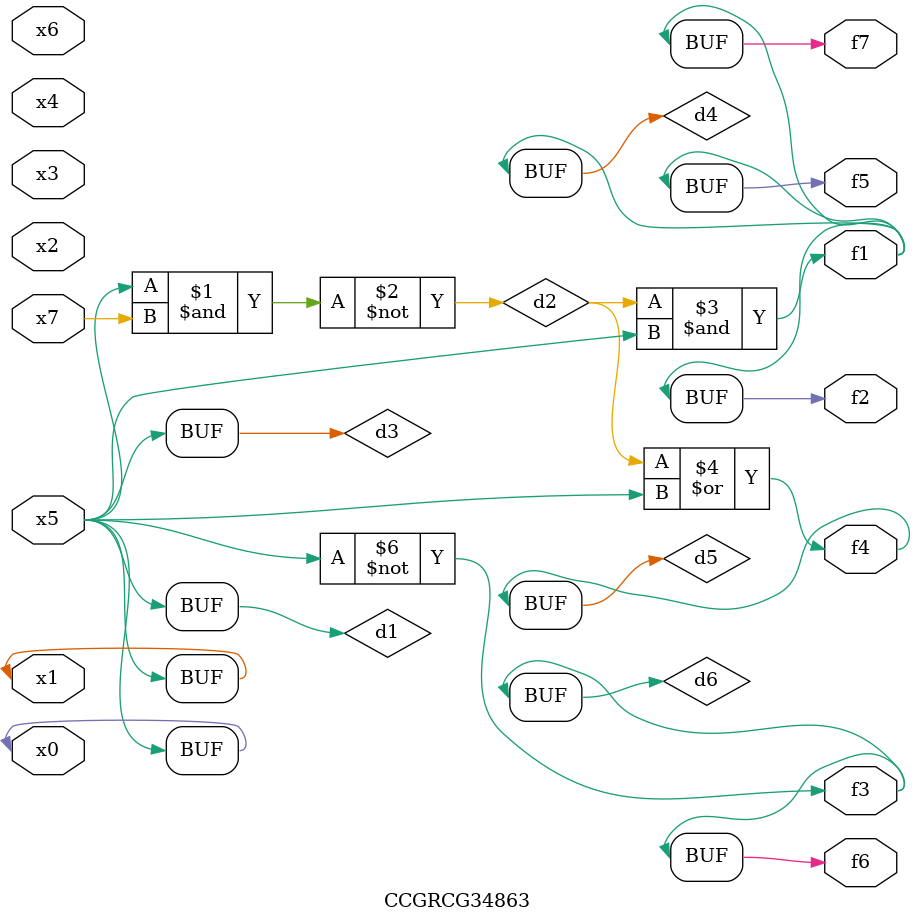
<source format=v>
module CCGRCG34863(
	input x0, x1, x2, x3, x4, x5, x6, x7,
	output f1, f2, f3, f4, f5, f6, f7
);

	wire d1, d2, d3, d4, d5, d6;

	buf (d1, x0, x5);
	nand (d2, x5, x7);
	buf (d3, x0, x1);
	and (d4, d2, d3);
	or (d5, d2, d3);
	nor (d6, d1, d3);
	assign f1 = d4;
	assign f2 = d4;
	assign f3 = d6;
	assign f4 = d5;
	assign f5 = d4;
	assign f6 = d6;
	assign f7 = d4;
endmodule

</source>
